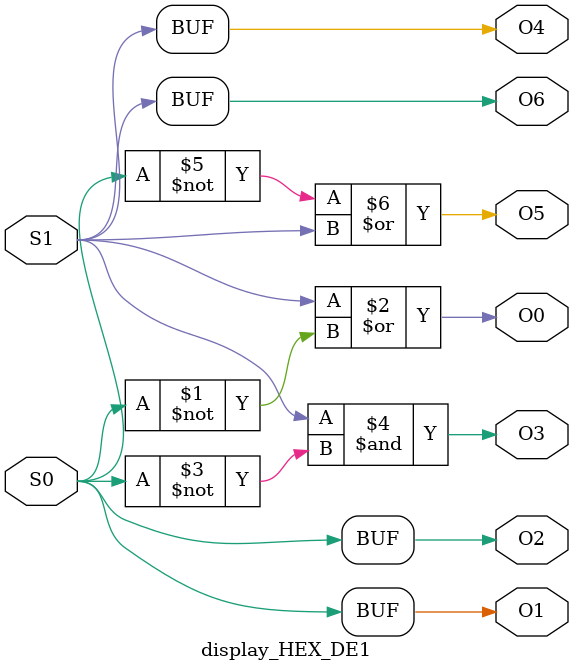
<source format=v>
/*
____________ LAB 1 - MODULE DISPLAY ____________
Module Display DE1: "Display DE1 to HEX"
	- Input: x2 binary (2 bit) - S1, S0
	- Output: x1 HEX_display - O6 ... O0
*/
module display_HEX_DE1(S1,S0,O6,O5,O4,O3,O2,O1,O0);
	input S1,S0;
	output O6,O5,O4,O3,O2,O1,O0;
	assign O0 = S1|(~S0);
	assign O1 = S0;
	assign O2 = S0;
	assign O3 = S1&(~S0);
	assign O4 = S1;
	assign O5 = (~S0)|S1;
	assign O6 = S1;
endmodule

</source>
